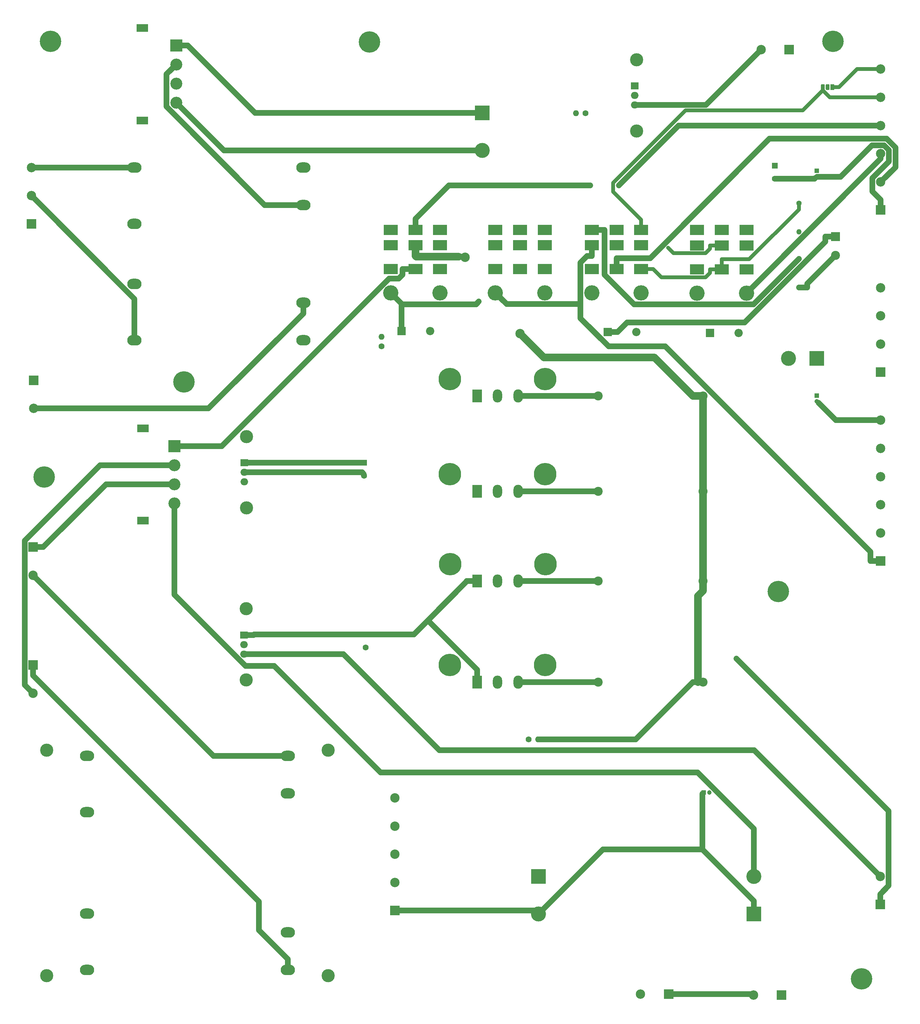
<source format=gbr>
G04 #@! TF.GenerationSoftware,KiCad,Pcbnew,(5.0.0)*
G04 #@! TF.CreationDate,2019-08-30T23:03:00+01:00*
G04 #@! TF.ProjectId,PSU,5053552E6B696361645F706362000000,rev?*
G04 #@! TF.SameCoordinates,Original*
G04 #@! TF.FileFunction,Copper,L2,Bot,Signal*
G04 #@! TF.FilePolarity,Positive*
%FSLAX46Y46*%
G04 Gerber Fmt 4.6, Leading zero omitted, Abs format (unit mm)*
G04 Created by KiCad (PCBNEW (5.0.0)) date 08/30/19 23:03:00*
%MOMM*%
%LPD*%
G01*
G04 APERTURE LIST*
G04 #@! TA.AperFunction,ComponentPad*
%ADD10R,3.200000X3.200000*%
G04 #@! TD*
G04 #@! TA.AperFunction,ComponentPad*
%ADD11C,3.200000*%
G04 #@! TD*
G04 #@! TA.AperFunction,ComponentPad*
%ADD12R,3.048000X2.032000*%
G04 #@! TD*
G04 #@! TA.AperFunction,ComponentPad*
%ADD13O,3.810000X2.794000*%
G04 #@! TD*
G04 #@! TA.AperFunction,ComponentPad*
%ADD14C,3.500000*%
G04 #@! TD*
G04 #@! TA.AperFunction,ComponentPad*
%ADD15C,5.700000*%
G04 #@! TD*
G04 #@! TA.AperFunction,ComponentPad*
%ADD16C,4.064000*%
G04 #@! TD*
G04 #@! TA.AperFunction,ComponentPad*
%ADD17R,3.810000X2.794000*%
G04 #@! TD*
G04 #@! TA.AperFunction,ComponentPad*
%ADD18C,6.000000*%
G04 #@! TD*
G04 #@! TA.AperFunction,ComponentPad*
%ADD19C,4.000000*%
G04 #@! TD*
G04 #@! TA.AperFunction,ComponentPad*
%ADD20R,4.000000X4.000000*%
G04 #@! TD*
G04 #@! TA.AperFunction,ComponentPad*
%ADD21R,1.600000X1.600000*%
G04 #@! TD*
G04 #@! TA.AperFunction,ComponentPad*
%ADD22C,1.600000*%
G04 #@! TD*
G04 #@! TA.AperFunction,ComponentPad*
%ADD23R,1.200000X1.200000*%
G04 #@! TD*
G04 #@! TA.AperFunction,ComponentPad*
%ADD24C,1.200000*%
G04 #@! TD*
G04 #@! TA.AperFunction,ComponentPad*
%ADD25O,2.200000X2.200000*%
G04 #@! TD*
G04 #@! TA.AperFunction,ComponentPad*
%ADD26R,2.200000X2.200000*%
G04 #@! TD*
G04 #@! TA.AperFunction,ComponentPad*
%ADD27R,2.500000X3.500000*%
G04 #@! TD*
G04 #@! TA.AperFunction,ComponentPad*
%ADD28O,2.500000X3.500000*%
G04 #@! TD*
G04 #@! TA.AperFunction,Conductor*
%ADD29C,0.100000*%
G04 #@! TD*
G04 #@! TA.AperFunction,ComponentPad*
%ADD30C,1.050000*%
G04 #@! TD*
G04 #@! TA.AperFunction,ComponentPad*
%ADD31R,1.050000X1.500000*%
G04 #@! TD*
G04 #@! TA.AperFunction,ComponentPad*
%ADD32O,1.400000X1.400000*%
G04 #@! TD*
G04 #@! TA.AperFunction,ComponentPad*
%ADD33C,1.400000*%
G04 #@! TD*
G04 #@! TA.AperFunction,ComponentPad*
%ADD34C,2.400000*%
G04 #@! TD*
G04 #@! TA.AperFunction,ComponentPad*
%ADD35O,2.400000X2.400000*%
G04 #@! TD*
G04 #@! TA.AperFunction,ComponentPad*
%ADD36O,1.600000X1.600000*%
G04 #@! TD*
G04 #@! TA.AperFunction,ComponentPad*
%ADD37R,2.000000X1.905000*%
G04 #@! TD*
G04 #@! TA.AperFunction,ComponentPad*
%ADD38O,2.000000X1.905000*%
G04 #@! TD*
G04 #@! TA.AperFunction,ComponentPad*
%ADD39R,2.400000X2.400000*%
G04 #@! TD*
G04 #@! TA.AperFunction,ComponentPad*
%ADD40R,2.500000X2.500000*%
G04 #@! TD*
G04 #@! TA.AperFunction,ComponentPad*
%ADD41C,2.500000*%
G04 #@! TD*
G04 #@! TA.AperFunction,ViaPad*
%ADD42C,1.500000*%
G04 #@! TD*
G04 #@! TA.AperFunction,ViaPad*
%ADD43C,1.000000*%
G04 #@! TD*
G04 #@! TA.AperFunction,ViaPad*
%ADD44C,2.500000*%
G04 #@! TD*
G04 #@! TA.AperFunction,Conductor*
%ADD45C,1.500000*%
G04 #@! TD*
G04 #@! TA.AperFunction,Conductor*
%ADD46C,1.199800*%
G04 #@! TD*
G04 #@! TA.AperFunction,Conductor*
%ADD47C,1.000000*%
G04 #@! TD*
G04 #@! TA.AperFunction,Conductor*
%ADD48C,2.000000*%
G04 #@! TD*
G04 APERTURE END LIST*
D10*
G04 #@! TO.P,D1,1*
G04 #@! TO.N,Net-(C1-Pad1)*
X72618600Y-141566400D03*
D11*
G04 #@! TO.P,D1,4*
G04 #@! TO.N,Net-(D1-Pad4)*
X72618600Y-146646400D03*
G04 #@! TO.P,D1,3*
G04 #@! TO.N,Net-(D1-Pad3)*
X72618600Y-151726400D03*
G04 #@! TO.P,D1,2*
G04 #@! TO.N,Net-(C2-Pad2)*
X72618600Y-156806400D03*
G04 #@! TD*
D10*
G04 #@! TO.P,D3,1*
G04 #@! TO.N,Net-(C3-Pad1)*
X73063100Y-34886900D03*
D11*
G04 #@! TO.P,D3,4*
G04 #@! TO.N,Net-(D3-Pad4)*
X73063100Y-39966900D03*
G04 #@! TO.P,D3,3*
G04 #@! TO.N,Net-(D3-Pad3)*
X73063100Y-45046900D03*
G04 #@! TO.P,D3,2*
G04 #@! TO.N,SKT2W*
X73063100Y-50126900D03*
G04 #@! TD*
D12*
G04 #@! TO.P,HS16,1*
G04 #@! TO.N,N/C*
X64239600Y-161432400D03*
G04 #@! TO.P,HS16,2*
X64239600Y-136832400D03*
G04 #@! TD*
G04 #@! TO.P,HS15,1*
G04 #@! TO.N,N/C*
X64049100Y-54879900D03*
G04 #@! TO.P,HS15,2*
X64049100Y-30279900D03*
G04 #@! TD*
D13*
G04 #@! TO.P,TR1,1*
G04 #@! TO.N,L*
X49304100Y-224012400D03*
G04 #@! TO.P,TR1,2*
G04 #@! TO.N,Net-(TR1-Pad2)*
X49304100Y-239012400D03*
G04 #@! TO.P,TR1,3*
X49304100Y-266012400D03*
G04 #@! TO.P,TR1,4*
G04 #@! TO.N,N*
X49304100Y-281012400D03*
G04 #@! TO.P,TR1,5*
G04 #@! TO.N,Net-(F2-Pad1)*
X102804100Y-281012400D03*
G04 #@! TO.P,TR1,6*
G04 #@! TO.N,0v*
X102804100Y-271012400D03*
G04 #@! TO.P,TR1,7*
X102804100Y-234012400D03*
G04 #@! TO.P,TR1,8*
G04 #@! TO.N,Net-(F1-Pad2)*
X102804100Y-224012400D03*
D14*
G04 #@! TO.P,TR1,9*
G04 #@! TO.N,N/C*
X38554100Y-222512400D03*
G04 #@! TO.P,TR1,10*
X38554100Y-282512400D03*
G04 #@! TO.P,TR1,11*
X113554100Y-282512400D03*
G04 #@! TO.P,TR1,12*
X113554100Y-222512400D03*
G04 #@! TD*
D13*
G04 #@! TO.P,TR2,8*
G04 #@! TO.N,Net-(F3-Pad2)*
X106957100Y-67374400D03*
G04 #@! TO.P,TR2,7*
G04 #@! TO.N,Net-(D3-Pad4)*
X106957100Y-77374400D03*
G04 #@! TO.P,TR2,6*
G04 #@! TO.N,Net-(F3-Pad2)*
X106957100Y-103374400D03*
G04 #@! TO.P,TR2,5*
G04 #@! TO.N,Net-(D3-Pad4)*
X106957100Y-113374400D03*
G04 #@! TO.P,TR2,4*
G04 #@! TO.N,N*
X61957100Y-113374400D03*
G04 #@! TO.P,TR2,3*
G04 #@! TO.N,Net-(TR2-Pad2)*
X61957100Y-98374400D03*
G04 #@! TO.P,TR2,2*
X61957100Y-82374400D03*
G04 #@! TO.P,TR2,1*
G04 #@! TO.N,L*
X61957100Y-67374400D03*
G04 #@! TD*
D15*
G04 #@! TO.P,H11,1*
G04 #@! TO.N,N/C*
X37884100Y-149822400D03*
G04 #@! TD*
G04 #@! TO.P,H10,1*
G04 #@! TO.N,N/C*
X233527600Y-180238400D03*
G04 #@! TD*
G04 #@! TO.P,H8,1*
G04 #@! TO.N,N/C*
X248132600Y-33807400D03*
G04 #@! TD*
G04 #@! TO.P,H2,1*
G04 #@! TO.N,N/C*
X124561600Y-33934400D03*
G04 #@! TD*
G04 #@! TO.P,H1,1*
G04 #@! TO.N,N/C*
X39598600Y-33807400D03*
G04 #@! TD*
G04 #@! TO.P,H3,1*
G04 #@! TO.N,N/C*
X75095100Y-124485400D03*
G04 #@! TD*
G04 #@! TO.P,H6,1*
G04 #@! TO.N,N/C*
X255689600Y-283362400D03*
G04 #@! TD*
D16*
G04 #@! TO.P,K1,14*
G04 #@! TO.N,SKT2X*
X225086600Y-100823200D03*
G04 #@! TO.P,K1,13*
G04 #@! TO.N,Net-(C10-Pad2)*
X211886600Y-100823200D03*
D17*
G04 #@! TO.P,K1,9*
G04 #@! TO.N,N/C*
X225086600Y-94473200D03*
G04 #@! TO.P,K1,8*
G04 #@! TO.N,Net-(K1-Pad8)*
X218486600Y-94473200D03*
G04 #@! TO.P,K1,7*
G04 #@! TO.N,SKT2W*
X211886600Y-94473200D03*
G04 #@! TO.P,K1,6*
G04 #@! TO.N,N/C*
X225086600Y-88123200D03*
G04 #@! TO.P,K1,5*
G04 #@! TO.N,SKT2U*
X218486600Y-88123200D03*
G04 #@! TO.P,K1,4*
G04 #@! TO.N,Net-(D4-Pad2)*
X211886600Y-88123200D03*
G04 #@! TO.P,K1,3*
G04 #@! TO.N,N/C*
X225086600Y-84023200D03*
G04 #@! TO.P,K1,2*
X218486600Y-84023200D03*
G04 #@! TO.P,K1,1*
X211886600Y-84023200D03*
G04 #@! TD*
D16*
G04 #@! TO.P,K2,14*
G04 #@! TO.N,Net-(D4-Pad2)*
X197007600Y-100772400D03*
G04 #@! TO.P,K2,13*
G04 #@! TO.N,Net-(C10-Pad1)*
X183807600Y-100772400D03*
D17*
G04 #@! TO.P,K2,9*
G04 #@! TO.N,Net-(K1-Pad8)*
X197007600Y-94422400D03*
G04 #@! TO.P,K2,8*
G04 #@! TO.N,SKT2Y*
X190407600Y-94422400D03*
G04 #@! TO.P,K2,7*
G04 #@! TO.N,Net-(C10-Pad1)*
X183807600Y-94422400D03*
G04 #@! TO.P,K2,6*
G04 #@! TO.N,N/C*
X197007600Y-88072400D03*
G04 #@! TO.P,K2,5*
G04 #@! TO.N,Net-(D4-Pad2)*
X190407600Y-88072400D03*
G04 #@! TO.P,K2,4*
G04 #@! TO.N,SKT2V*
X183807600Y-88072400D03*
G04 #@! TO.P,K2,3*
G04 #@! TO.N,SKT2U*
X197007600Y-83972400D03*
G04 #@! TO.P,K2,2*
G04 #@! TO.N,N/C*
X190407600Y-83972400D03*
G04 #@! TO.P,K2,1*
G04 #@! TO.N,Net-(K2-Pad1)*
X183807600Y-83972400D03*
G04 #@! TD*
D16*
G04 #@! TO.P,K4,14*
G04 #@! TO.N,SKT2W*
X171340600Y-100772400D03*
G04 #@! TO.P,K4,13*
G04 #@! TO.N,SKT2V*
X158140600Y-100772400D03*
D17*
G04 #@! TO.P,K4,9*
G04 #@! TO.N,N/C*
X171340600Y-94422400D03*
G04 #@! TO.P,K4,8*
X164740600Y-94422400D03*
G04 #@! TO.P,K4,7*
X158140600Y-94422400D03*
G04 #@! TO.P,K4,6*
X171340600Y-88072400D03*
G04 #@! TO.P,K4,5*
X164740600Y-88072400D03*
G04 #@! TO.P,K4,4*
X158140600Y-88072400D03*
G04 #@! TO.P,K4,3*
X171340600Y-83972400D03*
G04 #@! TO.P,K4,2*
X164740600Y-83972400D03*
G04 #@! TO.P,K4,1*
X158140600Y-83972400D03*
G04 #@! TD*
D16*
G04 #@! TO.P,K3,14*
G04 #@! TO.N,SKT2W*
X143413600Y-100772400D03*
G04 #@! TO.P,K3,13*
G04 #@! TO.N,SKT2V*
X130213600Y-100772400D03*
D17*
G04 #@! TO.P,K3,9*
G04 #@! TO.N,N/C*
X143413600Y-94422400D03*
G04 #@! TO.P,K3,8*
G04 #@! TO.N,Net-(C1-Pad1)*
X136813600Y-94422400D03*
G04 #@! TO.P,K3,7*
G04 #@! TO.N,Net-(C2-Pad2)*
X130213600Y-94422400D03*
G04 #@! TO.P,K3,6*
G04 #@! TO.N,N/C*
X143413600Y-88072400D03*
G04 #@! TO.P,K3,5*
G04 #@! TO.N,Net-(K3-Pad5)*
X136813600Y-88072400D03*
G04 #@! TO.P,K3,4*
G04 #@! TO.N,Net-(K3-Pad4)*
X130213600Y-88072400D03*
G04 #@! TO.P,K3,3*
G04 #@! TO.N,N/C*
X143413600Y-83972400D03*
G04 #@! TO.P,K3,2*
G04 #@! TO.N,Net-(K3-Pad2)*
X136813600Y-83972400D03*
G04 #@! TO.P,K3,1*
G04 #@! TO.N,N/C*
X130213600Y-83972400D03*
G04 #@! TD*
D14*
G04 #@! TO.P,HS3,2*
G04 #@! TO.N,N/C*
X91732100Y-203810400D03*
G04 #@! TO.P,HS3,1*
X91732100Y-184810400D03*
G04 #@! TD*
G04 #@! TO.P,HS2,2*
G04 #@! TO.N,N/C*
X91795600Y-158026400D03*
G04 #@! TO.P,HS2,1*
X91795600Y-139026400D03*
G04 #@! TD*
G04 #@! TO.P,HS1,2*
G04 #@! TO.N,N/C*
X195808600Y-57696900D03*
G04 #@! TO.P,HS1,1*
X195808600Y-38696900D03*
G04 #@! TD*
D18*
G04 #@! TO.P,HS4,1*
G04 #@! TO.N,N/C*
X146024600Y-123723400D03*
X171424600Y-123723400D03*
G04 #@! TD*
G04 #@! TO.P,HS5,1*
G04 #@! TO.N,N/C*
X171361600Y-149060400D03*
X145961600Y-149060400D03*
G04 #@! TD*
G04 #@! TO.P,HS7,1*
G04 #@! TO.N,N/C*
X171424600Y-199860400D03*
X146024600Y-199860400D03*
G04 #@! TD*
D19*
G04 #@! TO.P,C1,2*
G04 #@! TO.N,0v*
X169646600Y-266120400D03*
D20*
G04 #@! TO.P,C1,1*
G04 #@! TO.N,Net-(C1-Pad1)*
X169646600Y-256120400D03*
G04 #@! TD*
G04 #@! TO.P,C2,1*
G04 #@! TO.N,0v*
X226987600Y-266154400D03*
D19*
G04 #@! TO.P,C2,2*
G04 #@! TO.N,Net-(C2-Pad2)*
X226987600Y-256154400D03*
G04 #@! TD*
D20*
G04 #@! TO.P,C3,1*
G04 #@! TO.N,Net-(C3-Pad1)*
X154660600Y-52857400D03*
D19*
G04 #@! TO.P,C3,2*
G04 #@! TO.N,SKT2W*
X154660600Y-62857400D03*
G04 #@! TD*
D21*
G04 #@! TO.P,C4,1*
G04 #@! TO.N,Net-(C4-Pad1)*
X123545600Y-191668400D03*
D22*
G04 #@! TO.P,C4,2*
G04 #@! TO.N,0v*
X123545600Y-195168400D03*
G04 #@! TD*
G04 #@! TO.P,C5,2*
G04 #@! TO.N,Net-(C5-Pad2)*
X123101600Y-149448400D03*
D21*
G04 #@! TO.P,C5,1*
G04 #@! TO.N,0v*
X123101600Y-145948400D03*
G04 #@! TD*
G04 #@! TO.P,C6,1*
G04 #@! TO.N,Net-(C6-Pad1)*
X232638600Y-66890900D03*
D22*
G04 #@! TO.P,C6,2*
G04 #@! TO.N,SKT2W*
X232638600Y-70390900D03*
G04 #@! TD*
D23*
G04 #@! TO.P,C7,1*
G04 #@! TO.N,SKT2G*
X243814600Y-128104400D03*
D24*
G04 #@! TO.P,C7,2*
G04 #@! TO.N,0v*
X243814600Y-129604400D03*
G04 #@! TD*
G04 #@! TO.P,C8,2*
G04 #@! TO.N,SKT2L*
X215151600Y-233768400D03*
D23*
G04 #@! TO.P,C8,1*
G04 #@! TO.N,0v*
X213651600Y-233768400D03*
G04 #@! TD*
G04 #@! TO.P,C9,1*
G04 #@! TO.N,Net-(C10-Pad1)*
X243814600Y-68287900D03*
D24*
G04 #@! TO.P,C9,2*
G04 #@! TO.N,SKT2W*
X243814600Y-69787900D03*
G04 #@! TD*
D25*
G04 #@! TO.P,D4,2*
G04 #@! TO.N,Net-(D4-Pad2)*
X195681600Y-111213900D03*
D26*
G04 #@! TO.P,D4,1*
G04 #@! TO.N,Net-(C10-Pad1)*
X188061600Y-111213900D03*
G04 #@! TD*
G04 #@! TO.P,D5,1*
G04 #@! TO.N,SKT2V*
X133133600Y-110959900D03*
D25*
G04 #@! TO.P,D5,2*
G04 #@! TO.N,SKT2W*
X140753600Y-110959900D03*
G04 #@! TD*
D26*
G04 #@! TO.P,D6,1*
G04 #@! TO.N,Net-(D4-Pad2)*
X215366600Y-111404400D03*
D25*
G04 #@! TO.P,D6,2*
G04 #@! TO.N,SKT2X*
X222986600Y-111404400D03*
G04 #@! TD*
D27*
G04 #@! TO.P,Q1,1*
G04 #@! TO.N,Net-(C4-Pad1)*
X153263600Y-128168400D03*
D28*
G04 #@! TO.P,Q1,2*
G04 #@! TO.N,Net-(F4-Pad1)*
X158738600Y-128168400D03*
G04 #@! TO.P,Q1,3*
G04 #@! TO.N,Net-(Q1-Pad3)*
X164213600Y-128168400D03*
G04 #@! TD*
G04 #@! TO.P,Q2,3*
G04 #@! TO.N,Net-(Q2-Pad3)*
X164213600Y-177444400D03*
G04 #@! TO.P,Q2,2*
G04 #@! TO.N,Net-(F4-Pad1)*
X158738600Y-177444400D03*
D27*
G04 #@! TO.P,Q2,1*
G04 #@! TO.N,Net-(C4-Pad1)*
X153263600Y-177444400D03*
G04 #@! TD*
D28*
G04 #@! TO.P,Q3,3*
G04 #@! TO.N,Net-(Q3-Pad3)*
X164213600Y-204368400D03*
G04 #@! TO.P,Q3,2*
G04 #@! TO.N,Net-(F4-Pad1)*
X158738600Y-204368400D03*
D27*
G04 #@! TO.P,Q3,1*
G04 #@! TO.N,Net-(C4-Pad1)*
X153263600Y-204368400D03*
G04 #@! TD*
G04 #@! TO.P,Q4,1*
G04 #@! TO.N,Net-(C4-Pad1)*
X153263600Y-153568400D03*
D28*
G04 #@! TO.P,Q4,2*
G04 #@! TO.N,Net-(F4-Pad1)*
X158738600Y-153568400D03*
G04 #@! TO.P,Q4,3*
G04 #@! TO.N,Net-(Q4-Pad3)*
X164213600Y-153568400D03*
G04 #@! TD*
D29*
G04 #@! TO.N,Net-(K1-Pad8)*
G04 #@! TO.C,Q5*
G36*
X246972829Y-45225264D02*
X246998311Y-45229044D01*
X247023300Y-45235303D01*
X247047554Y-45243982D01*
X247070842Y-45254996D01*
X247092937Y-45268239D01*
X247113628Y-45283585D01*
X247132716Y-45300884D01*
X247150015Y-45319972D01*
X247165361Y-45340663D01*
X247178604Y-45362758D01*
X247189618Y-45386046D01*
X247198297Y-45410300D01*
X247204556Y-45435289D01*
X247208336Y-45460771D01*
X247209600Y-45486500D01*
X247209600Y-46461500D01*
X247208336Y-46487229D01*
X247204556Y-46512711D01*
X247198297Y-46537700D01*
X247189618Y-46561954D01*
X247178604Y-46585242D01*
X247165361Y-46607337D01*
X247150015Y-46628028D01*
X247132716Y-46647116D01*
X247113628Y-46664415D01*
X247092937Y-46679761D01*
X247070842Y-46693004D01*
X247047554Y-46704018D01*
X247023300Y-46712697D01*
X246998311Y-46718956D01*
X246972829Y-46722736D01*
X246947100Y-46724000D01*
X246422100Y-46724000D01*
X246396371Y-46722736D01*
X246370889Y-46718956D01*
X246345900Y-46712697D01*
X246321646Y-46704018D01*
X246298358Y-46693004D01*
X246276263Y-46679761D01*
X246255572Y-46664415D01*
X246236484Y-46647116D01*
X246219185Y-46628028D01*
X246203839Y-46607337D01*
X246190596Y-46585242D01*
X246179582Y-46561954D01*
X246170903Y-46537700D01*
X246164644Y-46512711D01*
X246160864Y-46487229D01*
X246159600Y-46461500D01*
X246159600Y-45486500D01*
X246160864Y-45460771D01*
X246164644Y-45435289D01*
X246170903Y-45410300D01*
X246179582Y-45386046D01*
X246190596Y-45362758D01*
X246203839Y-45340663D01*
X246219185Y-45319972D01*
X246236484Y-45300884D01*
X246255572Y-45283585D01*
X246276263Y-45268239D01*
X246298358Y-45254996D01*
X246321646Y-45243982D01*
X246345900Y-45235303D01*
X246370889Y-45229044D01*
X246396371Y-45225264D01*
X246422100Y-45224000D01*
X246947100Y-45224000D01*
X246972829Y-45225264D01*
X246972829Y-45225264D01*
G37*
D30*
G04 #@! TD*
G04 #@! TO.P,Q5,2*
G04 #@! TO.N,Net-(K1-Pad8)*
X246684600Y-45974000D03*
D29*
G04 #@! TO.N,SKT2U*
G04 #@! TO.C,Q5*
G36*
X245702829Y-45225264D02*
X245728311Y-45229044D01*
X245753300Y-45235303D01*
X245777554Y-45243982D01*
X245800842Y-45254996D01*
X245822937Y-45268239D01*
X245843628Y-45283585D01*
X245862716Y-45300884D01*
X245880015Y-45319972D01*
X245895361Y-45340663D01*
X245908604Y-45362758D01*
X245919618Y-45386046D01*
X245928297Y-45410300D01*
X245934556Y-45435289D01*
X245938336Y-45460771D01*
X245939600Y-45486500D01*
X245939600Y-46461500D01*
X245938336Y-46487229D01*
X245934556Y-46512711D01*
X245928297Y-46537700D01*
X245919618Y-46561954D01*
X245908604Y-46585242D01*
X245895361Y-46607337D01*
X245880015Y-46628028D01*
X245862716Y-46647116D01*
X245843628Y-46664415D01*
X245822937Y-46679761D01*
X245800842Y-46693004D01*
X245777554Y-46704018D01*
X245753300Y-46712697D01*
X245728311Y-46718956D01*
X245702829Y-46722736D01*
X245677100Y-46724000D01*
X245152100Y-46724000D01*
X245126371Y-46722736D01*
X245100889Y-46718956D01*
X245075900Y-46712697D01*
X245051646Y-46704018D01*
X245028358Y-46693004D01*
X245006263Y-46679761D01*
X244985572Y-46664415D01*
X244966484Y-46647116D01*
X244949185Y-46628028D01*
X244933839Y-46607337D01*
X244920596Y-46585242D01*
X244909582Y-46561954D01*
X244900903Y-46537700D01*
X244894644Y-46512711D01*
X244890864Y-46487229D01*
X244889600Y-46461500D01*
X244889600Y-45486500D01*
X244890864Y-45460771D01*
X244894644Y-45435289D01*
X244900903Y-45410300D01*
X244909582Y-45386046D01*
X244920596Y-45362758D01*
X244933839Y-45340663D01*
X244949185Y-45319972D01*
X244966484Y-45300884D01*
X244985572Y-45283585D01*
X245006263Y-45268239D01*
X245028358Y-45254996D01*
X245051646Y-45243982D01*
X245075900Y-45235303D01*
X245100889Y-45229044D01*
X245126371Y-45225264D01*
X245152100Y-45224000D01*
X245677100Y-45224000D01*
X245702829Y-45225264D01*
X245702829Y-45225264D01*
G37*
D30*
G04 #@! TD*
G04 #@! TO.P,Q5,1*
G04 #@! TO.N,SKT2U*
X245414600Y-45974000D03*
D31*
G04 #@! TO.P,Q5,3*
G04 #@! TO.N,SKT2T*
X247954600Y-45974000D03*
G04 #@! TD*
D32*
G04 #@! TO.P,R1,2*
G04 #@! TO.N,Net-(K3-Pad2)*
X183387600Y-72136000D03*
D33*
G04 #@! TO.P,R1,1*
G04 #@! TO.N,SKT2a_*
X191007600Y-72136000D03*
G04 #@! TD*
D34*
G04 #@! TO.P,R2,1*
G04 #@! TO.N,Net-(Q1-Pad3)*
X185521600Y-128168400D03*
D35*
G04 #@! TO.P,R2,2*
G04 #@! TO.N,Net-(K3-Pad5)*
X213461600Y-128168400D03*
G04 #@! TD*
G04 #@! TO.P,R3,2*
G04 #@! TO.N,Net-(K3-Pad5)*
X213461600Y-177444400D03*
D34*
G04 #@! TO.P,R3,1*
G04 #@! TO.N,Net-(Q2-Pad3)*
X185521600Y-177444400D03*
G04 #@! TD*
G04 #@! TO.P,R4,1*
G04 #@! TO.N,Net-(Q3-Pad3)*
X185521600Y-204368400D03*
D35*
G04 #@! TO.P,R4,2*
G04 #@! TO.N,Net-(K3-Pad5)*
X213461600Y-204368400D03*
G04 #@! TD*
G04 #@! TO.P,R5,2*
G04 #@! TO.N,Net-(K3-Pad5)*
X213461600Y-153568400D03*
D34*
G04 #@! TO.P,R5,1*
G04 #@! TO.N,Net-(Q4-Pad3)*
X185521600Y-153568400D03*
G04 #@! TD*
D36*
G04 #@! TO.P,R6,2*
G04 #@! TO.N,Net-(K3-Pad5)*
X169519600Y-219608400D03*
D22*
G04 #@! TO.P,R6,1*
G04 #@! TO.N,Net-(C4-Pad1)*
X166979600Y-219608400D03*
G04 #@! TD*
G04 #@! TO.P,R7,1*
G04 #@! TO.N,Net-(C5-Pad2)*
X127761600Y-115011200D03*
D36*
G04 #@! TO.P,R7,2*
G04 #@! TO.N,Net-(K3-Pad4)*
X127761600Y-112471200D03*
G04 #@! TD*
D22*
G04 #@! TO.P,R8,1*
G04 #@! TO.N,Net-(C6-Pad1)*
X182155600Y-52920900D03*
D36*
G04 #@! TO.P,R8,2*
G04 #@! TO.N,Net-(C3-Pad1)*
X179615600Y-52920900D03*
G04 #@! TD*
D37*
G04 #@! TO.P,U1,1*
G04 #@! TO.N,Net-(C4-Pad1)*
X91160600Y-191858400D03*
D38*
G04 #@! TO.P,U1,2*
G04 #@! TO.N,0v*
X91160600Y-194398400D03*
G04 #@! TO.P,U1,3*
G04 #@! TO.N,Net-(F4-Pad2)*
X91160600Y-196938400D03*
G04 #@! TD*
G04 #@! TO.P,U2,3*
G04 #@! TO.N,Net-(F6-Pad2)*
X91224100Y-151092400D03*
G04 #@! TO.P,U2,2*
G04 #@! TO.N,Net-(C5-Pad2)*
X91224100Y-148552400D03*
D37*
G04 #@! TO.P,U2,1*
G04 #@! TO.N,0v*
X91224100Y-146012400D03*
G04 #@! TD*
G04 #@! TO.P,U3,1*
G04 #@! TO.N,Net-(C6-Pad1)*
X195300600Y-45681900D03*
D38*
G04 #@! TO.P,U3,2*
G04 #@! TO.N,SKT2W*
X195300600Y-48221900D03*
G04 #@! TO.P,U3,3*
G04 #@! TO.N,Net-(F8-Pad2)*
X195300600Y-50761900D03*
G04 #@! TD*
D39*
G04 #@! TO.P,C10,1*
G04 #@! TO.N,Net-(C10-Pad1)*
X248767600Y-85750400D03*
D34*
G04 #@! TO.P,C10,2*
G04 #@! TO.N,Net-(C10-Pad2)*
X248767600Y-90750400D03*
G04 #@! TD*
D40*
G04 #@! TO.P,J1,1*
G04 #@! TO.N,0v*
X131317600Y-265226400D03*
D41*
G04 #@! TO.P,J1,2*
X131317600Y-257726400D03*
G04 #@! TO.P,J1,3*
X131317600Y-250226400D03*
G04 #@! TO.P,J1,4*
X131317600Y-242726400D03*
G04 #@! TO.P,J1,5*
X131317600Y-235226400D03*
G04 #@! TD*
D40*
G04 #@! TO.P,J2,1*
G04 #@! TO.N,N/C*
X34455100Y-82384900D03*
D41*
G04 #@! TO.P,J2,2*
G04 #@! TO.N,N*
X34455100Y-74884900D03*
G04 #@! TO.P,J2,3*
G04 #@! TO.N,L*
X34455100Y-67384900D03*
G04 #@! TD*
G04 #@! TO.P,J3,6*
G04 #@! TO.N,0v*
X260832600Y-134674400D03*
G04 #@! TO.P,J3,5*
X260832600Y-142174400D03*
G04 #@! TO.P,J3,4*
G04 #@! TO.N,SKT2L*
X260832600Y-149674400D03*
G04 #@! TO.P,J3,3*
X260832600Y-157174400D03*
G04 #@! TO.P,J3,2*
G04 #@! TO.N,SKT2W*
X260832600Y-164674400D03*
D40*
G04 #@! TO.P,J3,1*
G04 #@! TO.N,SKT2V*
X260832600Y-172174400D03*
G04 #@! TD*
G04 #@! TO.P,J4,1*
G04 #@! TO.N,SKT2W*
X260832600Y-78701900D03*
D41*
G04 #@! TO.P,J4,2*
G04 #@! TO.N,SKT2Y*
X260832600Y-71201900D03*
G04 #@! TO.P,J4,3*
G04 #@! TO.N,SKT2X*
X260832600Y-63701900D03*
G04 #@! TO.P,J4,4*
G04 #@! TO.N,SKT2a_*
X260832600Y-56201900D03*
G04 #@! TO.P,J4,5*
G04 #@! TO.N,SKT2U*
X260832600Y-48701900D03*
G04 #@! TO.P,J4,6*
G04 #@! TO.N,SKT2T*
X260832600Y-41201900D03*
G04 #@! TD*
D40*
G04 #@! TO.P,J5,1*
G04 #@! TO.N,SKT2G*
X260832600Y-121882400D03*
D41*
G04 #@! TO.P,J5,2*
X260832600Y-114382400D03*
G04 #@! TO.P,J5,3*
X260832600Y-106882400D03*
G04 #@! TO.P,J5,4*
X260832600Y-99382400D03*
G04 #@! TD*
D33*
G04 #@! TO.P,R9,1*
G04 #@! TO.N,Net-(K1-Pad8)*
X239013600Y-76860400D03*
D32*
G04 #@! TO.P,R9,2*
G04 #@! TO.N,SKT2G*
X239013600Y-84480400D03*
G04 #@! TD*
G04 #@! TO.P,R10,2*
G04 #@! TO.N,Net-(C10-Pad2)*
X239013600Y-99364800D03*
D33*
G04 #@! TO.P,R10,1*
G04 #@! TO.N,Net-(K2-Pad1)*
X239013600Y-91744800D03*
G04 #@! TD*
D40*
G04 #@! TO.P,F1,1*
G04 #@! TO.N,Net-(D1-Pad3)*
X34899600Y-168427400D03*
D41*
G04 #@! TO.P,F1,2*
G04 #@! TO.N,Net-(F1-Pad2)*
X34899600Y-175927400D03*
G04 #@! TD*
D40*
G04 #@! TO.P,F2,1*
G04 #@! TO.N,Net-(F2-Pad1)*
X34899600Y-199860400D03*
D41*
G04 #@! TO.P,F2,2*
G04 #@! TO.N,Net-(D1-Pad4)*
X34899600Y-207360400D03*
G04 #@! TD*
G04 #@! TO.P,F3,2*
G04 #@! TO.N,Net-(F3-Pad2)*
X35090100Y-131540400D03*
D40*
G04 #@! TO.P,F3,1*
G04 #@! TO.N,Net-(D3-Pad3)*
X35090100Y-124040400D03*
G04 #@! TD*
G04 #@! TO.P,F4,1*
G04 #@! TO.N,Net-(F4-Pad1)*
X260705600Y-263614400D03*
D41*
G04 #@! TO.P,F4,2*
G04 #@! TO.N,Net-(F4-Pad2)*
X260705600Y-256114400D03*
G04 #@! TD*
D19*
G04 #@! TO.P,F5,2*
G04 #@! TO.N,Net-(F4-Pad1)*
X236289600Y-118211400D03*
D20*
G04 #@! TO.P,F5,1*
G04 #@! TO.N,SKT2G*
X243789600Y-118211400D03*
G04 #@! TD*
D41*
G04 #@! TO.P,F6,2*
G04 #@! TO.N,Net-(F6-Pad2)*
X196817600Y-287490400D03*
D40*
G04 #@! TO.P,F6,1*
G04 #@! TO.N,Net-(F6-Pad1)*
X204317600Y-287490400D03*
G04 #@! TD*
G04 #@! TO.P,F7,1*
G04 #@! TO.N,SKT2L*
X234416600Y-287680400D03*
D41*
G04 #@! TO.P,F7,2*
G04 #@! TO.N,Net-(F6-Pad1)*
X226916600Y-287680400D03*
G04 #@! TD*
G04 #@! TO.P,F8,2*
G04 #@! TO.N,Net-(F8-Pad2)*
X228948600Y-36029900D03*
D40*
G04 #@! TO.P,F8,1*
G04 #@! TO.N,Net-(C10-Pad1)*
X236448600Y-36029900D03*
G04 #@! TD*
D18*
G04 #@! TO.P,HS6,1*
G04 #@! TO.N,N/C*
X146087600Y-172999400D03*
X171487600Y-172999400D03*
G04 #@! TD*
D42*
G04 #@! TO.N,SKT2V*
X153744800Y-103047100D03*
G04 #@! TO.N,Net-(F4-Pad1)*
X222407200Y-198123100D03*
D43*
G04 #@! TO.N,SKT2U*
X204199700Y-88780200D03*
D44*
G04 #@! TO.N,Net-(K3-Pad5)*
X164735400Y-111633000D03*
X150037800Y-91262200D03*
G04 #@! TD*
D45*
G04 #@! TO.N,Net-(C1-Pad1)*
X136813600Y-94422400D02*
X133408600Y-94422400D01*
X133408600Y-94422400D02*
X133408600Y-95910200D01*
X133408600Y-95910200D02*
X132390700Y-96928100D01*
X132390700Y-96928100D02*
X129808500Y-96928100D01*
X129808500Y-96928100D02*
X85170200Y-141566400D01*
X85170200Y-141566400D02*
X72618600Y-141566400D01*
G04 #@! TO.N,Net-(C2-Pad2)*
X226987600Y-256154400D02*
X226987600Y-243411400D01*
X226987600Y-243411400D02*
X212047400Y-228471200D01*
X212047400Y-228471200D02*
X127521100Y-228471200D01*
X127521100Y-228471200D02*
X99169900Y-200120000D01*
X99169900Y-200120000D02*
X91575400Y-200120000D01*
X91575400Y-200120000D02*
X72618600Y-181163200D01*
X72618600Y-181163200D02*
X72618600Y-156806400D01*
G04 #@! TO.N,Net-(C3-Pad1)*
X154660600Y-52857400D02*
X94133600Y-52857400D01*
X94133600Y-52857400D02*
X76163100Y-34886900D01*
X73063100Y-34886900D02*
X76163100Y-34886900D01*
G04 #@! TO.N,SKT2W*
X260832600Y-78701900D02*
X260832600Y-75951900D01*
D46*
X243865000Y-69838300D02*
X243814600Y-69787900D01*
D45*
X260832600Y-75951900D02*
X258631200Y-73750500D01*
X258631200Y-73750500D02*
X258631200Y-70181100D01*
X258631200Y-70181100D02*
X263039100Y-65773200D01*
X263039100Y-65773200D02*
X263039100Y-62775900D01*
X263039100Y-62775900D02*
X261725600Y-61462400D01*
X261725600Y-61462400D02*
X258493100Y-61462400D01*
X258493100Y-61462400D02*
X250117200Y-69838300D01*
X250117200Y-69838300D02*
X243865000Y-69838300D01*
X154660600Y-62857400D02*
X85793600Y-62857400D01*
X85793600Y-62857400D02*
X73063100Y-50126900D01*
D46*
X243370600Y-70231900D02*
X243814600Y-69787900D01*
D45*
X232638600Y-70390900D02*
X243211600Y-70390900D01*
X243211600Y-70390900D02*
X243370600Y-70231900D01*
G04 #@! TO.N,Net-(C4-Pad1)*
X140129500Y-187984300D02*
X150513600Y-177600200D01*
X150513600Y-177600200D02*
X150513600Y-177444400D01*
X123545600Y-191668400D02*
X136445400Y-191668400D01*
X136445400Y-191668400D02*
X140129500Y-187984300D01*
X140129500Y-187984300D02*
X153263600Y-201118400D01*
X153263600Y-204368400D02*
X153263600Y-201118400D01*
X91160600Y-191858400D02*
X93660600Y-191858400D01*
X93660600Y-191858400D02*
X93850600Y-191668400D01*
X93850600Y-191668400D02*
X123545600Y-191668400D01*
X153263600Y-177444400D02*
X150513600Y-177444400D01*
G04 #@! TO.N,Net-(C5-Pad2)*
X91224100Y-148552400D02*
X122617900Y-148552400D01*
X122617900Y-148552400D02*
X123065900Y-149000400D01*
X123065900Y-149000400D02*
X123065900Y-149412700D01*
X123065900Y-149412700D02*
X123101600Y-149448400D01*
G04 #@! TO.N,Net-(C10-Pad1)*
X188061600Y-111213900D02*
X190661600Y-111213900D01*
X248767600Y-85750400D02*
X246067600Y-85750400D01*
X246067600Y-85750400D02*
X246067600Y-87100400D01*
X246067600Y-87100400D02*
X224554100Y-108613900D01*
X224554100Y-108613900D02*
X193261600Y-108613900D01*
X193261600Y-108613900D02*
X190661600Y-111213900D01*
G04 #@! TO.N,Net-(D1-Pad4)*
X34899600Y-207360400D02*
X32699200Y-205160000D01*
X32699200Y-205160000D02*
X32699200Y-166759100D01*
X32699200Y-166759100D02*
X52811900Y-146646400D01*
X52811900Y-146646400D02*
X72618600Y-146646400D01*
G04 #@! TO.N,Net-(D1-Pad3)*
X34899600Y-168427400D02*
X37649600Y-168427400D01*
X37649600Y-168427400D02*
X54350600Y-151726400D01*
X54350600Y-151726400D02*
X72618600Y-151726400D01*
G04 #@! TO.N,Net-(D3-Pad4)*
X106957100Y-77374400D02*
X96673700Y-77374400D01*
X96673700Y-77374400D02*
X70482600Y-51183300D01*
X70482600Y-51183300D02*
X70482600Y-42547400D01*
X70482600Y-42547400D02*
X73063100Y-39966900D01*
G04 #@! TO.N,SKT2V*
X180805600Y-103754800D02*
X180805600Y-107539900D01*
X180805600Y-107539900D02*
X188297900Y-115032200D01*
X188297900Y-115032200D02*
X203432600Y-115032200D01*
X203432600Y-115032200D02*
X258082600Y-169682200D01*
X258082600Y-169682200D02*
X258082600Y-172174400D01*
X180805600Y-103754800D02*
X180805600Y-92704000D01*
X180805600Y-92704000D02*
X182540200Y-90969400D01*
X182540200Y-90969400D02*
X183807600Y-90969400D01*
X158140600Y-100772400D02*
X161123000Y-103754800D01*
X161123000Y-103754800D02*
X180805600Y-103754800D01*
X183807600Y-88072400D02*
X183807600Y-90969400D01*
X260832600Y-172174400D02*
X258082600Y-172174400D01*
X133133600Y-103787200D02*
X133133600Y-103692400D01*
X133133600Y-103692400D02*
X130213600Y-100772400D01*
X133133600Y-110959900D02*
X133133600Y-103787200D01*
X133133600Y-103787200D02*
X153004700Y-103787200D01*
X153004700Y-103787200D02*
X153744800Y-103047100D01*
G04 #@! TO.N,SKT2X*
X260832600Y-63701900D02*
X260832600Y-65077200D01*
X260832600Y-65077200D02*
X225086600Y-100823200D01*
G04 #@! TO.N,Net-(F3-Pad2)*
X106957100Y-103374400D02*
X106957100Y-106271400D01*
X35090100Y-131540400D02*
X81688100Y-131540400D01*
X81688100Y-131540400D02*
X106957100Y-106271400D01*
G04 #@! TO.N,Net-(F4-Pad1)*
X260705600Y-263614400D02*
X260705600Y-260864400D01*
X222407200Y-198123100D02*
X262946400Y-238662300D01*
X262946400Y-238662300D02*
X262946400Y-258623600D01*
X262946400Y-258623600D02*
X260705600Y-260864400D01*
G04 #@! TO.N,Net-(F4-Pad2)*
X260705600Y-256114400D02*
X227117500Y-222526300D01*
X227117500Y-222526300D02*
X143211500Y-222526300D01*
X143211500Y-222526300D02*
X117623600Y-196938400D01*
X117623600Y-196938400D02*
X91160600Y-196938400D01*
G04 #@! TO.N,Net-(F6-Pad1)*
X204317600Y-287490400D02*
X226726600Y-287490400D01*
X226726600Y-287490400D02*
X226916600Y-287680400D01*
G04 #@! TO.N,Net-(F8-Pad2)*
X228948600Y-36029900D02*
X214216600Y-50761900D01*
X214216600Y-50761900D02*
X195300600Y-50761900D01*
G04 #@! TO.N,N*
X34455100Y-74884900D02*
X61957100Y-102386900D01*
X61957100Y-102386900D02*
X61957100Y-113374400D01*
G04 #@! TO.N,L*
X61957100Y-67374400D02*
X58552100Y-67374400D01*
X34455100Y-67384900D02*
X58541600Y-67384900D01*
X58541600Y-67384900D02*
X58552100Y-67374400D01*
G04 #@! TO.N,SKT2Y*
X190407600Y-94422400D02*
X190407600Y-91525400D01*
X260832600Y-71201900D02*
X264745800Y-67288700D01*
X264745800Y-67288700D02*
X264745800Y-62060700D01*
X264745800Y-62060700D02*
X262412900Y-59727800D01*
X262412900Y-59727800D02*
X231201000Y-59727800D01*
X231201000Y-59727800D02*
X199403400Y-91525400D01*
X199403400Y-91525400D02*
X190407600Y-91525400D01*
G04 #@! TO.N,SKT2a_*
X260832600Y-56201900D02*
X206941700Y-56201900D01*
X206941700Y-56201900D02*
X191007600Y-72136000D01*
D47*
G04 #@! TO.N,SKT2U*
X215331600Y-88123200D02*
X215331600Y-89040900D01*
X215331600Y-89040900D02*
X214152000Y-90220500D01*
X214152000Y-90220500D02*
X205640000Y-90220500D01*
X205640000Y-90220500D02*
X204199700Y-88780200D01*
X218486600Y-88123200D02*
X215331600Y-88123200D01*
X245414600Y-46826800D02*
X240029100Y-52212300D01*
X240029100Y-52212300D02*
X208851600Y-52212300D01*
X208851600Y-52212300D02*
X189556400Y-71507500D01*
X189556400Y-71507500D02*
X189556400Y-73874200D01*
X189556400Y-73874200D02*
X197007600Y-81325400D01*
X245414600Y-46826800D02*
X245414600Y-45974000D01*
X260832600Y-48701900D02*
X247289700Y-48701900D01*
X247289700Y-48701900D02*
X245414600Y-46826800D01*
X197007600Y-83972400D02*
X197007600Y-81325400D01*
G04 #@! TO.N,SKT2T*
X247954600Y-45974000D02*
X249729600Y-45974000D01*
X260832600Y-41201900D02*
X254501700Y-41201900D01*
X254501700Y-41201900D02*
X249729600Y-45974000D01*
G04 #@! TO.N,Net-(K1-Pad8)*
X215331600Y-94473200D02*
X215331600Y-95414500D01*
X215331600Y-95414500D02*
X214121600Y-96624500D01*
X214121600Y-96624500D02*
X202364700Y-96624500D01*
X202364700Y-96624500D02*
X200162600Y-94422400D01*
X218486600Y-94473200D02*
X218486600Y-91826200D01*
X239013600Y-76860400D02*
X239013600Y-78559300D01*
X239013600Y-78559300D02*
X225746700Y-91826200D01*
X225746700Y-91826200D02*
X218486600Y-91826200D01*
X218486600Y-94473200D02*
X215331600Y-94473200D01*
X197007600Y-94422400D02*
X200162600Y-94422400D01*
D45*
G04 #@! TO.N,Net-(K3-Pad2)*
X136813600Y-83972400D02*
X136813600Y-81075400D01*
X183387600Y-72136000D02*
X145753000Y-72136000D01*
X145753000Y-72136000D02*
X136813600Y-81075400D01*
D48*
G04 #@! TO.N,Net-(K3-Pad5)*
X213461600Y-177444400D02*
X213461600Y-180144400D01*
X212111600Y-204368400D02*
X212111600Y-181494400D01*
X212111600Y-181494400D02*
X213461600Y-180144400D01*
D45*
X212111600Y-204368400D02*
X210761600Y-204368400D01*
X213461600Y-204368400D02*
X212111600Y-204368400D01*
X169519600Y-219608400D02*
X195521600Y-219608400D01*
X195521600Y-219608400D02*
X210761600Y-204368400D01*
D48*
X213461600Y-153568400D02*
X213461600Y-128168400D01*
X213461600Y-177444400D02*
X213461600Y-153568400D01*
X210761600Y-128168400D02*
X213461600Y-128168400D01*
X200525400Y-117932200D02*
X210761600Y-128168400D01*
X171034600Y-117932200D02*
X200525400Y-117932200D01*
X164735400Y-111633000D02*
X171034600Y-117932200D01*
X149961600Y-91363800D02*
X150164800Y-91160600D01*
D45*
X148397034Y-91160600D02*
X150164800Y-91160600D01*
D48*
X137004800Y-91160600D02*
X148397034Y-91160600D01*
D45*
X136813600Y-90969400D02*
X137004800Y-91160600D01*
D48*
X136813600Y-88072400D02*
X136813600Y-90969400D01*
D45*
G04 #@! TO.N,Net-(Q1-Pad3)*
X185521600Y-128168400D02*
X164213600Y-128168400D01*
G04 #@! TO.N,Net-(Q2-Pad3)*
X185521600Y-177444400D02*
X164213600Y-177444400D01*
G04 #@! TO.N,Net-(Q3-Pad3)*
X185521600Y-204368400D02*
X164213600Y-204368400D01*
G04 #@! TO.N,Net-(Q4-Pad3)*
X185521600Y-153568400D02*
X164213600Y-153568400D01*
G04 #@! TO.N,Net-(C10-Pad2)*
X239013600Y-99364800D02*
X241213600Y-99364800D01*
X248767600Y-90750400D02*
X241213600Y-98304400D01*
X241213600Y-98304400D02*
X241213600Y-99364800D01*
G04 #@! TO.N,Net-(F1-Pad2)*
X34899600Y-175927400D02*
X82984600Y-224012400D01*
X82984600Y-224012400D02*
X102804100Y-224012400D01*
G04 #@! TO.N,Net-(K2-Pad1)*
X183807600Y-83972400D02*
X187212600Y-83972400D01*
X239013600Y-91744800D02*
X226918900Y-103839500D01*
X226918900Y-103839500D02*
X195111100Y-103839500D01*
X195111100Y-103839500D02*
X187212600Y-95941000D01*
X187212600Y-95941000D02*
X187212600Y-83972400D01*
G04 #@! TO.N,0v*
X91224100Y-146012400D02*
X93724100Y-146012400D01*
X93724100Y-146012400D02*
X93788100Y-145948400D01*
X93788100Y-145948400D02*
X123101600Y-145948400D01*
D46*
X244258600Y-130048400D02*
X243814600Y-129604400D01*
D45*
X260832600Y-134674400D02*
X248884600Y-134674400D01*
X248884600Y-134674400D02*
X244258600Y-130048400D01*
X226987600Y-266154400D02*
X226987600Y-262654400D01*
X213305500Y-248972300D02*
X226987600Y-262654400D01*
X213305500Y-234114500D02*
X213305500Y-248972300D01*
X213305500Y-248972300D02*
X186794700Y-248972300D01*
X186794700Y-248972300D02*
X169646600Y-266120400D01*
D46*
X213305500Y-234114500D02*
X213651600Y-233768400D01*
D45*
X131317600Y-265226400D02*
X168752600Y-265226400D01*
X168752600Y-265226400D02*
X169646600Y-266120400D01*
G04 #@! TO.N,Net-(F2-Pad1)*
X102804100Y-281012400D02*
X102804100Y-278115400D01*
X34899600Y-199860400D02*
X34899600Y-202610400D01*
X34899600Y-202610400D02*
X95151500Y-262862300D01*
X95151500Y-262862300D02*
X95151500Y-270462800D01*
X95151500Y-270462800D02*
X102804100Y-278115400D01*
G04 #@! TD*
M02*

</source>
